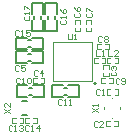
<source format=gto>
G04*
G04 #@! TF.GenerationSoftware,Altium Limited,Altium Designer,19.0.15 (446)*
G04*
G04 Layer_Color=65535*
%FSLAX24Y24*%
%MOIN*%
G70*
G01*
G75*
%ADD10C,0.0079*%
%ADD11C,0.0060*%
%ADD12C,0.0049*%
D10*
X846Y-827D02*
G03*
X846Y-827I-39J0D01*
G01*
X-1230Y1339D02*
Y1417D01*
X-994Y1339D02*
Y1417D01*
X-1417Y-74D02*
X-1339D01*
X-1417Y162D02*
X-1339D01*
X-1417Y389D02*
X-1339D01*
X-1417Y625D02*
X-1339D01*
X-1388Y-965D02*
X-1309D01*
X-1388Y-1201D02*
X-1309D01*
X-1643Y-1402D02*
X-1454D01*
X-1643Y-1874D02*
X-1454D01*
X-531Y1339D02*
Y1417D01*
X-768Y1339D02*
Y1417D01*
X-217Y-1201D02*
X-138D01*
X-217Y-965D02*
X-138D01*
D11*
X-1309Y1841D02*
X-915D01*
X-1309Y915D02*
X-915D01*
X-1309D02*
Y1280D01*
Y1476D02*
Y1841D01*
X-915Y915D02*
Y1280D01*
Y1476D02*
Y1841D01*
X-1841Y-153D02*
Y241D01*
X-915Y-153D02*
Y241D01*
X-1280Y-153D02*
X-915D01*
X-1841D02*
X-1476D01*
X-1280Y241D02*
X-915D01*
X-1841D02*
X-1476D01*
X-1841Y310D02*
Y704D01*
X-915Y310D02*
Y704D01*
X-1280Y310D02*
X-915D01*
X-1841D02*
X-1476D01*
X-1280Y704D02*
X-915D01*
X-1841D02*
X-1476D01*
X-1811Y-886D02*
X-1447D01*
X-1250D02*
X-886D01*
X-1811Y-1280D02*
X-1447D01*
X-1250D02*
X-886D01*
Y-886D01*
X-1811Y-1280D02*
Y-886D01*
X-453Y1476D02*
Y1841D01*
Y915D02*
Y1280D01*
X-846Y1476D02*
Y1841D01*
Y915D02*
Y1280D01*
Y915D02*
X-453D01*
X-846Y1841D02*
X-453D01*
X-79Y-1280D02*
X285D01*
X-640D02*
X-276D01*
X-79Y-886D02*
X285D01*
X-640D02*
X-276D01*
X-640Y-1280D02*
Y-886D01*
X285Y-1280D02*
Y-886D01*
D12*
X1457Y-1199D02*
X1581D01*
X1195D02*
X1319D01*
X1457Y-1026D02*
X1581D01*
X1195D02*
X1319D01*
X1195Y-1199D02*
Y-1026D01*
X1581Y-1199D02*
Y-1026D01*
X1177Y-2079D02*
X1301D01*
X1439D02*
X1563D01*
X1177Y-2252D02*
X1301D01*
X1439D02*
X1563D01*
Y-2079D01*
X1177Y-2252D02*
Y-2079D01*
X1100Y-1683D02*
Y-1604D01*
X1360Y-1990D02*
X1376D01*
X1636Y-1683D02*
Y-1604D01*
X1360Y-1297D02*
X1376D01*
X-591Y-728D02*
Y571D01*
X709Y-728D02*
Y571D01*
X-591D02*
X709D01*
X-591Y-728D02*
X709D01*
X1394Y-808D02*
Y-635D01*
X1008Y-808D02*
Y-635D01*
X1132D01*
X1270D02*
X1394D01*
X1008Y-808D02*
X1132D01*
X1270D02*
X1394D01*
X1581Y-155D02*
Y18D01*
X1195Y-155D02*
Y18D01*
X1319D01*
X1457D02*
X1581D01*
X1195Y-155D02*
X1319D01*
X1457D02*
X1581D01*
X1151Y-155D02*
Y18D01*
X765Y-155D02*
Y18D01*
X889D01*
X1027D02*
X1151D01*
X765Y-155D02*
X889D01*
X1027D02*
X1151D01*
X-1525Y-1974D02*
X-1401Y-1974D01*
X-1263Y-1974D02*
X-1139D01*
X-1525Y-2148D02*
X-1401D01*
X-1263D02*
X-1139D01*
Y-1974D01*
X-1525Y-2148D02*
Y-1974D01*
X-1706Y-2148D02*
X-1582D01*
X-1967D02*
X-1843D01*
X-1706Y-1974D02*
X-1582Y-1974D01*
X-1967D02*
X-1843D01*
X-1967Y-2148D02*
X-1967Y-1974D01*
X-1582Y-2148D02*
Y-1974D01*
X1141Y332D02*
X1265D01*
X880D02*
X1004D01*
X1141Y505D02*
X1265D01*
X880D02*
X1004D01*
X880Y332D02*
Y505D01*
X1265Y332D02*
Y505D01*
X687Y1171D02*
Y1295D01*
Y909D02*
Y1033D01*
X514Y1171D02*
Y1295D01*
Y909D02*
Y1033D01*
Y909D02*
X687D01*
X514Y1295D02*
X687D01*
X314Y1171D02*
Y1295D01*
Y909D02*
Y1033D01*
X141Y1171D02*
Y1295D01*
Y909D02*
Y1033D01*
Y909D02*
X314D01*
X141Y1295D02*
X314D01*
X-1266Y-652D02*
X-1142D01*
X-1004D02*
X-880D01*
X-1266Y-825D02*
X-1142D01*
X-1004D02*
X-880D01*
Y-652D01*
X-1266Y-825D02*
Y-652D01*
X1259Y-330D02*
Y-206D01*
Y-592D02*
Y-468D01*
X1086Y-330D02*
Y-206D01*
Y-592D02*
Y-468D01*
Y-592D02*
X1259D01*
X1086Y-206D02*
X1259D01*
X-1542Y1411D02*
X-1575Y1378D01*
Y1312D01*
X-1542Y1280D01*
X-1411D01*
X-1378Y1312D01*
Y1378D01*
X-1411Y1411D01*
X-1378Y1476D02*
Y1542D01*
Y1509D01*
X-1575D01*
X-1542Y1476D01*
X-1575Y1640D02*
Y1771D01*
X-1542D01*
X-1411Y1640D01*
X-1378D01*
X-1719Y-249D02*
X-1752Y-217D01*
X-1818D01*
X-1850Y-249D01*
Y-381D01*
X-1818Y-413D01*
X-1752D01*
X-1719Y-381D01*
X-1522Y-217D02*
X-1654D01*
Y-315D01*
X-1588Y-282D01*
X-1555D01*
X-1522Y-315D01*
Y-381D01*
X-1555Y-413D01*
X-1621D01*
X-1654Y-381D01*
X-1719Y937D02*
X-1752Y969D01*
X-1818D01*
X-1850Y937D01*
Y805D01*
X-1818Y773D01*
X-1752D01*
X-1719Y805D01*
X-1654Y773D02*
X-1588D01*
X-1621D01*
Y969D01*
X-1654Y937D01*
X-1358Y969D02*
X-1490D01*
Y871D01*
X-1424Y904D01*
X-1391D01*
X-1358Y871D01*
Y805D01*
X-1391Y773D01*
X-1457D01*
X-1490Y805D01*
X973Y-1051D02*
X940Y-1019D01*
X874D01*
X842Y-1051D01*
Y-1183D01*
X874Y-1215D01*
X940D01*
X973Y-1183D01*
X1038Y-1215D02*
X1104D01*
X1071D01*
Y-1019D01*
X1038Y-1051D01*
X889Y-2104D02*
X856Y-2071D01*
X791D01*
X758Y-2104D01*
Y-2235D01*
X791Y-2267D01*
X856D01*
X889Y-2235D01*
X1086Y-2267D02*
X955D01*
X1086Y-2136D01*
Y-2104D01*
X1053Y-2071D01*
X987D01*
X955Y-2104D01*
X707Y-1772D02*
X904Y-1641D01*
X707D02*
X904Y-1772D01*
Y-1575D02*
Y-1509D01*
Y-1542D01*
X707D01*
X740Y-1575D01*
X-1690Y-661D02*
X-1722Y-628D01*
X-1788D01*
X-1821Y-661D01*
Y-792D01*
X-1788Y-825D01*
X-1722D01*
X-1690Y-792D01*
X-1624Y-825D02*
X-1558D01*
X-1591D01*
Y-628D01*
X-1624Y-661D01*
X-1460D02*
X-1427Y-628D01*
X-1362D01*
X-1329Y-661D01*
Y-792D01*
X-1362Y-825D01*
X-1427D01*
X-1460Y-792D01*
Y-661D01*
X-98Y837D02*
Y673D01*
X-66Y640D01*
X-0D01*
X33Y673D01*
Y837D01*
X98Y640D02*
X164D01*
X131D01*
Y837D01*
X98Y804D01*
X1621Y-671D02*
X1588Y-639D01*
X1523D01*
X1490Y-671D01*
Y-803D01*
X1523Y-835D01*
X1588D01*
X1621Y-803D01*
X1687D02*
X1720Y-835D01*
X1785D01*
X1818Y-803D01*
Y-671D01*
X1785Y-639D01*
X1720D01*
X1687Y-671D01*
Y-704D01*
X1720Y-737D01*
X1818D01*
X1047Y735D02*
X1014Y768D01*
X948D01*
X915Y735D01*
Y604D01*
X948Y571D01*
X1014D01*
X1047Y604D01*
X1112Y735D02*
X1145Y768D01*
X1211D01*
X1243Y735D01*
Y702D01*
X1211Y669D01*
X1243Y636D01*
Y604D01*
X1211Y571D01*
X1145D01*
X1112Y604D01*
Y636D01*
X1145Y669D01*
X1112Y702D01*
Y735D01*
X1145Y669D02*
X1211D01*
X1230Y277D02*
Y80D01*
X1361D01*
X1558D02*
X1427D01*
X1558Y211D01*
Y244D01*
X1525Y277D01*
X1460D01*
X1427Y244D01*
X1356Y-429D02*
X1323Y-462D01*
Y-527D01*
X1356Y-560D01*
X1487D01*
X1520Y-527D01*
Y-462D01*
X1487Y-429D01*
X1356Y-363D02*
X1323Y-330D01*
Y-265D01*
X1356Y-232D01*
X1389D01*
X1422Y-265D01*
Y-298D01*
Y-265D01*
X1454Y-232D01*
X1487D01*
X1520Y-265D01*
Y-330D01*
X1487Y-363D01*
X830Y277D02*
Y80D01*
X961D01*
X1027D02*
X1092D01*
X1060D01*
Y277D01*
X1027Y244D01*
X-341Y1302D02*
X-374Y1270D01*
Y1204D01*
X-341Y1171D01*
X-210D01*
X-177Y1204D01*
Y1270D01*
X-210Y1302D01*
X-177Y1368D02*
Y1434D01*
Y1401D01*
X-374D01*
X-341Y1368D01*
X-374Y1663D02*
X-341Y1598D01*
X-276Y1532D01*
X-210D01*
X-177Y1565D01*
Y1630D01*
X-210Y1663D01*
X-243D01*
X-276Y1630D01*
Y1532D01*
X-1385Y-2238D02*
X-1417Y-2205D01*
X-1483D01*
X-1516Y-2238D01*
Y-2369D01*
X-1483Y-2402D01*
X-1417D01*
X-1385Y-2369D01*
X-1319Y-2402D02*
X-1253D01*
X-1286D01*
Y-2205D01*
X-1319Y-2238D01*
X-1057Y-2402D02*
Y-2205D01*
X-1155Y-2303D01*
X-1024D01*
X-1946Y-2247D02*
X-1978Y-2215D01*
X-2044D01*
X-2077Y-2247D01*
Y-2379D01*
X-2044Y-2411D01*
X-1978D01*
X-1946Y-2379D01*
X-1880Y-2411D02*
X-1814D01*
X-1847D01*
Y-2215D01*
X-1880Y-2247D01*
X-1716D02*
X-1683Y-2215D01*
X-1618D01*
X-1585Y-2247D01*
Y-2280D01*
X-1618Y-2313D01*
X-1650D01*
X-1618D01*
X-1585Y-2346D01*
Y-2379D01*
X-1618Y-2411D01*
X-1683D01*
X-1716Y-2379D01*
X-1109Y-407D02*
X-1142Y-374D01*
X-1207D01*
X-1240Y-407D01*
Y-538D01*
X-1207Y-571D01*
X-1142D01*
X-1109Y-538D01*
X-945Y-571D02*
Y-374D01*
X-1043Y-472D01*
X-912D01*
X525Y1509D02*
X492Y1476D01*
Y1411D01*
X525Y1378D01*
X656D01*
X689Y1411D01*
Y1476D01*
X656Y1509D01*
X492Y1575D02*
Y1706D01*
X525D01*
X656Y1575D01*
X689D01*
X153Y1513D02*
X121Y1481D01*
Y1415D01*
X153Y1382D01*
X285D01*
X317Y1415D01*
Y1481D01*
X285Y1513D01*
X121Y1710D02*
X153Y1645D01*
X219Y1579D01*
X285D01*
X317Y1612D01*
Y1677D01*
X285Y1710D01*
X252D01*
X219Y1677D01*
Y1579D01*
X-2234Y-1801D02*
X-2037Y-1670D01*
X-2234D02*
X-2037Y-1801D01*
Y-1473D02*
Y-1604D01*
X-2169Y-1473D01*
X-2201D01*
X-2234Y-1506D01*
Y-1572D01*
X-2201Y-1604D01*
X-292Y-1391D02*
X-325Y-1358D01*
X-390D01*
X-423Y-1391D01*
Y-1522D01*
X-390Y-1555D01*
X-325D01*
X-292Y-1522D01*
X-226Y-1555D02*
X-161D01*
X-194D01*
Y-1358D01*
X-226Y-1391D01*
X-62Y-1555D02*
X3D01*
X-30D01*
Y-1358D01*
X-62Y-1391D01*
M02*

</source>
